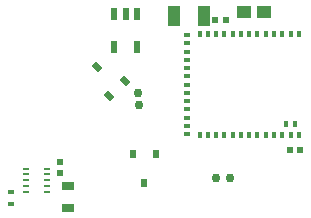
<source format=gtp>
G04*
G04 #@! TF.GenerationSoftware,Altium Limited,Altium Designer,25.4.2 (15)*
G04*
G04 Layer_Color=8421504*
%FSTAX24Y24*%
%MOIN*%
G70*
G04*
G04 #@! TF.SameCoordinates,4B3FD54A-89C9-4FE9-A7AC-56F29E8A28E8*
G04*
G04*
G04 #@! TF.FilePolarity,Positive*
G04*
G01*
G75*
%ADD17R,0.0197X0.0197*%
%ADD18R,0.0197X0.0197*%
%ADD19C,0.0300*%
%ADD20R,0.0217X0.0315*%
%ADD21R,0.0394X0.0709*%
%ADD22R,0.0157X0.0197*%
%ADD23R,0.0197X0.0157*%
%ADD24R,0.0475X0.0417*%
%ADD25R,0.0236X0.0177*%
%ADD26R,0.0236X0.0098*%
%ADD27R,0.0236X0.0110*%
%ADD28R,0.0413X0.0315*%
G04:AMPARAMS|DCode=29|XSize=21.7mil|YSize=31.5mil|CornerRadius=0mil|HoleSize=0mil|Usage=FLASHONLY|Rotation=223.000|XOffset=0mil|YOffset=0mil|HoleType=Round|Shape=Rectangle|*
%AMROTATEDRECTD29*
4,1,4,-0.0028,0.0189,0.0187,-0.0041,0.0028,-0.0189,-0.0187,0.0041,-0.0028,0.0189,0.0*
%
%ADD29ROTATEDRECTD29*%

%ADD30R,0.0236X0.0433*%
D17*
X022597Y012955D02*
D03*
Y013309D02*
D03*
D18*
X030243Y01372D02*
D03*
X030597D02*
D03*
X027753Y01806D02*
D03*
X028107D02*
D03*
D19*
X02521Y015206D02*
D03*
X0278Y0128D02*
D03*
X02825D02*
D03*
X0252Y01563D02*
D03*
D20*
X025026Y013592D02*
D03*
X025774D02*
D03*
X0254Y012608D02*
D03*
D21*
X026388Y01819D02*
D03*
X027372D02*
D03*
D22*
X030546Y017573D02*
D03*
X028065D02*
D03*
X02779D02*
D03*
X030427Y014581D02*
D03*
X029168Y014227D02*
D03*
X029443D02*
D03*
X027514Y017573D02*
D03*
X028065Y014227D02*
D03*
X028341Y017573D02*
D03*
X028616D02*
D03*
X028892D02*
D03*
X029168D02*
D03*
X029443D02*
D03*
X030546Y014227D02*
D03*
X03027D02*
D03*
X028892D02*
D03*
X028616D02*
D03*
X027238D02*
D03*
X029994Y017573D02*
D03*
X029719D02*
D03*
Y014227D02*
D03*
X029994D02*
D03*
X030112Y014581D02*
D03*
X03027Y017573D02*
D03*
X027238D02*
D03*
X027514Y014227D02*
D03*
X028341D02*
D03*
X02779D02*
D03*
D23*
X026825Y017554D02*
D03*
Y014246D02*
D03*
Y014522D02*
D03*
Y017278D02*
D03*
Y017002D02*
D03*
Y016451D02*
D03*
Y016176D02*
D03*
Y0159D02*
D03*
Y015624D02*
D03*
Y015073D02*
D03*
Y014798D02*
D03*
Y015349D02*
D03*
Y016727D02*
D03*
D24*
X029369Y018329D02*
D03*
X028718D02*
D03*
D25*
X02095Y011933D02*
D03*
Y012307D02*
D03*
D26*
X022164Y013104D02*
D03*
Y012907D02*
D03*
X021456Y01271D02*
D03*
Y012513D02*
D03*
Y012316D02*
D03*
X022164Y012513D02*
D03*
Y01271D02*
D03*
X021456Y012907D02*
D03*
Y013104D02*
D03*
D27*
X022164Y01231D02*
D03*
D28*
X02285Y011786D02*
D03*
Y012514D02*
D03*
D29*
X024759Y016035D02*
D03*
X024212Y015525D02*
D03*
X023814Y0165D02*
D03*
D30*
X025144Y018271D02*
D03*
X02477D02*
D03*
X024396D02*
D03*
Y017169D02*
D03*
X025144D02*
D03*
M02*

</source>
